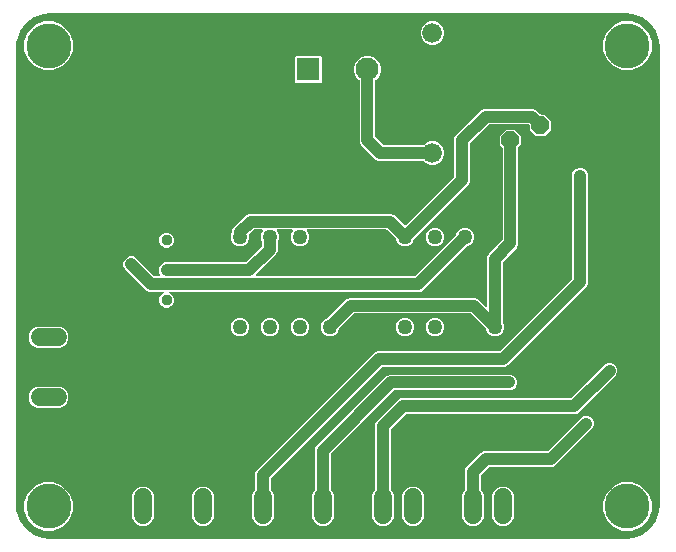
<source format=gbr>
G04 EAGLE Gerber RS-274X export*
G75*
%MOMM*%
%FSLAX34Y34*%
%LPD*%
%INBottom Copper*%
%IPPOS*%
%AMOC8*
5,1,8,0,0,1.08239X$1,22.5*%
G01*
%ADD10C,1.676400*%
%ADD11P,1.623585X8X112.500000*%
%ADD12R,1.950000X1.950000*%
%ADD13C,1.950000*%
%ADD14C,0.959600*%
%ADD15C,3.810000*%
%ADD16C,1.524000*%
%ADD17C,1.270000*%
%ADD18C,1.016000*%
%ADD19C,0.600000*%

G36*
X520022Y2504D02*
X520022Y2504D01*
X520060Y2503D01*
X524242Y2832D01*
X524248Y2834D01*
X524254Y2833D01*
X524418Y2867D01*
X532374Y5452D01*
X532406Y5469D01*
X532441Y5477D01*
X532586Y5560D01*
X539354Y10477D01*
X539379Y10503D01*
X539410Y10522D01*
X539523Y10646D01*
X544440Y17414D01*
X544456Y17446D01*
X544479Y17473D01*
X544548Y17626D01*
X547133Y25582D01*
X547134Y25588D01*
X547136Y25593D01*
X547168Y25758D01*
X547497Y29940D01*
X547495Y29962D01*
X547499Y30000D01*
X547499Y420000D01*
X547496Y420022D01*
X547497Y420060D01*
X547168Y424242D01*
X547166Y424248D01*
X547167Y424254D01*
X547133Y424418D01*
X544548Y432374D01*
X544531Y432406D01*
X544523Y432441D01*
X544440Y432586D01*
X539523Y439354D01*
X539497Y439379D01*
X539478Y439410D01*
X539354Y439523D01*
X532586Y444440D01*
X532554Y444456D01*
X532527Y444479D01*
X532374Y444548D01*
X524418Y447133D01*
X524412Y447134D01*
X524407Y447136D01*
X524242Y447168D01*
X520060Y447497D01*
X520038Y447495D01*
X520000Y447499D01*
X30000Y447499D01*
X29978Y447496D01*
X29940Y447497D01*
X25758Y447168D01*
X25752Y447166D01*
X25746Y447167D01*
X25582Y447133D01*
X17626Y444548D01*
X17594Y444531D01*
X17559Y444523D01*
X17414Y444440D01*
X10646Y439523D01*
X10621Y439497D01*
X10590Y439478D01*
X10477Y439354D01*
X5560Y432586D01*
X5544Y432554D01*
X5521Y432527D01*
X5452Y432374D01*
X2867Y424418D01*
X2866Y424412D01*
X2864Y424407D01*
X2832Y424242D01*
X2503Y420060D01*
X2505Y420038D01*
X2501Y420000D01*
X2501Y30000D01*
X2504Y29978D01*
X2503Y29940D01*
X2832Y25758D01*
X2834Y25752D01*
X2833Y25746D01*
X2867Y25582D01*
X5452Y17626D01*
X5469Y17594D01*
X5477Y17559D01*
X5560Y17414D01*
X10477Y10646D01*
X10503Y10621D01*
X10522Y10590D01*
X10646Y10477D01*
X17414Y5560D01*
X17446Y5544D01*
X17473Y5521D01*
X17626Y5452D01*
X25582Y2867D01*
X25588Y2866D01*
X25593Y2864D01*
X25758Y2832D01*
X29940Y2503D01*
X29962Y2505D01*
X30000Y2501D01*
X520000Y2501D01*
X520022Y2504D01*
G37*
%LPC*%
G36*
X128747Y198301D02*
X128747Y198301D01*
X126432Y199260D01*
X124660Y201032D01*
X123701Y203347D01*
X123701Y205853D01*
X124660Y208168D01*
X126432Y209940D01*
X127289Y210295D01*
X127372Y210346D01*
X127458Y210392D01*
X127476Y210411D01*
X127498Y210424D01*
X127560Y210499D01*
X127627Y210570D01*
X127638Y210594D01*
X127655Y210614D01*
X127690Y210705D01*
X127731Y210793D01*
X127734Y210819D01*
X127743Y210843D01*
X127747Y210941D01*
X127758Y211037D01*
X127752Y211063D01*
X127753Y211089D01*
X127726Y211183D01*
X127706Y211278D01*
X127692Y211300D01*
X127685Y211325D01*
X127629Y211405D01*
X127579Y211489D01*
X127560Y211506D01*
X127545Y211527D01*
X127467Y211585D01*
X127392Y211649D01*
X127368Y211659D01*
X127347Y211674D01*
X127255Y211704D01*
X127164Y211741D01*
X127132Y211744D01*
X127113Y211750D01*
X127080Y211750D01*
X126998Y211759D01*
X115351Y211759D01*
X112932Y212761D01*
X110974Y214719D01*
X94421Y231272D01*
X93419Y233691D01*
X93419Y236309D01*
X94421Y238728D01*
X96272Y240579D01*
X98691Y241581D01*
X101309Y241581D01*
X103728Y240579D01*
X119163Y225144D01*
X119237Y225091D01*
X119306Y225031D01*
X119336Y225019D01*
X119363Y225000D01*
X119450Y224973D01*
X119534Y224939D01*
X119575Y224935D01*
X119598Y224928D01*
X119630Y224929D01*
X119701Y224921D01*
X123935Y224921D01*
X124006Y224932D01*
X124077Y224934D01*
X124126Y224952D01*
X124178Y224960D01*
X124241Y224994D01*
X124308Y225019D01*
X124349Y225051D01*
X124395Y225076D01*
X124444Y225128D01*
X124500Y225172D01*
X124529Y225216D01*
X124564Y225254D01*
X124595Y225319D01*
X124633Y225379D01*
X124646Y225430D01*
X124668Y225477D01*
X124676Y225548D01*
X124693Y225618D01*
X124689Y225670D01*
X124695Y225721D01*
X124680Y225792D01*
X124674Y225863D01*
X124654Y225911D01*
X124643Y225962D01*
X124606Y226023D01*
X124578Y226089D01*
X124533Y226145D01*
X124517Y226173D01*
X124499Y226188D01*
X124473Y226220D01*
X124421Y226272D01*
X123419Y228691D01*
X123419Y231309D01*
X124421Y233728D01*
X126272Y235579D01*
X128691Y236581D01*
X196959Y236581D01*
X197049Y236595D01*
X197140Y236603D01*
X197170Y236615D01*
X197202Y236620D01*
X197282Y236663D01*
X197366Y236699D01*
X197398Y236725D01*
X197419Y236736D01*
X197441Y236759D01*
X197497Y236804D01*
X210496Y249803D01*
X210549Y249877D01*
X210609Y249946D01*
X210621Y249976D01*
X210640Y250003D01*
X210667Y250090D01*
X210701Y250174D01*
X210705Y250215D01*
X210712Y250238D01*
X210711Y250270D01*
X210719Y250341D01*
X210719Y253321D01*
X210709Y253386D01*
X210708Y253451D01*
X210685Y253531D01*
X210680Y253564D01*
X210670Y253581D01*
X210661Y253612D01*
X209449Y256538D01*
X209449Y259662D01*
X210644Y262547D01*
X211247Y263150D01*
X211289Y263208D01*
X211338Y263260D01*
X211360Y263307D01*
X211391Y263349D01*
X211412Y263418D01*
X211442Y263483D01*
X211448Y263535D01*
X211463Y263585D01*
X211461Y263656D01*
X211469Y263727D01*
X211458Y263778D01*
X211457Y263830D01*
X211432Y263898D01*
X211417Y263968D01*
X211390Y264013D01*
X211372Y264061D01*
X211327Y264117D01*
X211291Y264179D01*
X211251Y264213D01*
X211219Y264253D01*
X211158Y264292D01*
X211104Y264339D01*
X211055Y264358D01*
X211012Y264386D01*
X210942Y264404D01*
X210876Y264431D01*
X210804Y264439D01*
X210773Y264447D01*
X210750Y264445D01*
X210709Y264449D01*
X204071Y264449D01*
X203981Y264435D01*
X203890Y264427D01*
X203860Y264415D01*
X203828Y264410D01*
X203748Y264367D01*
X203664Y264331D01*
X203632Y264305D01*
X203611Y264294D01*
X203589Y264271D01*
X203533Y264226D01*
X199881Y260575D01*
X199813Y260480D01*
X199743Y260386D01*
X199741Y260380D01*
X199738Y260375D01*
X199703Y260264D01*
X199667Y260152D01*
X199667Y260146D01*
X199665Y260140D01*
X199668Y260023D01*
X199669Y259906D01*
X199672Y259899D01*
X199672Y259894D01*
X199678Y259877D01*
X199716Y259745D01*
X199751Y259662D01*
X199751Y256538D01*
X198556Y253653D01*
X196347Y251444D01*
X193462Y250249D01*
X190338Y250249D01*
X187453Y251444D01*
X185244Y253653D01*
X184049Y256538D01*
X184049Y259662D01*
X185261Y262588D01*
X185270Y262626D01*
X185278Y262643D01*
X185280Y262662D01*
X185301Y262712D01*
X185310Y262795D01*
X185317Y262827D01*
X185316Y262847D01*
X185319Y262879D01*
X185319Y263209D01*
X186321Y265628D01*
X197302Y276609D01*
X199721Y277611D01*
X320279Y277611D01*
X322698Y276609D01*
X331362Y267945D01*
X331378Y267933D01*
X331390Y267918D01*
X331478Y267862D01*
X331561Y267801D01*
X331580Y267795D01*
X331597Y267785D01*
X331698Y267759D01*
X331797Y267729D01*
X331816Y267729D01*
X331836Y267725D01*
X331939Y267733D01*
X332042Y267735D01*
X332061Y267742D01*
X332081Y267744D01*
X332176Y267784D01*
X332273Y267820D01*
X332289Y267832D01*
X332307Y267840D01*
X332438Y267945D01*
X373196Y308703D01*
X373249Y308777D01*
X373309Y308846D01*
X373321Y308876D01*
X373340Y308903D01*
X373367Y308990D01*
X373401Y309074D01*
X373405Y309115D01*
X373412Y309138D01*
X373411Y309170D01*
X373419Y309241D01*
X373419Y341309D01*
X374421Y343728D01*
X396272Y365579D01*
X398691Y366581D01*
X440359Y366581D01*
X442778Y365579D01*
X444736Y363621D01*
X446433Y361924D01*
X446507Y361871D01*
X446576Y361811D01*
X446606Y361799D01*
X446633Y361780D01*
X446720Y361753D01*
X446804Y361719D01*
X446845Y361715D01*
X446868Y361708D01*
X446900Y361709D01*
X446971Y361701D01*
X450078Y361701D01*
X455351Y356428D01*
X455351Y348972D01*
X450078Y343699D01*
X442622Y343699D01*
X437349Y348972D01*
X437349Y352079D01*
X437335Y352169D01*
X437327Y352260D01*
X437315Y352290D01*
X437310Y352322D01*
X437267Y352402D01*
X437231Y352486D01*
X437205Y352518D01*
X437194Y352539D01*
X437171Y352561D01*
X437126Y352617D01*
X436547Y353196D01*
X436473Y353249D01*
X436404Y353309D01*
X436374Y353321D01*
X436347Y353340D01*
X436260Y353367D01*
X436176Y353401D01*
X436135Y353405D01*
X436112Y353412D01*
X436080Y353411D01*
X436009Y353419D01*
X403041Y353419D01*
X402951Y353405D01*
X402860Y353397D01*
X402830Y353385D01*
X402798Y353380D01*
X402718Y353337D01*
X402634Y353301D01*
X402602Y353275D01*
X402581Y353264D01*
X402559Y353241D01*
X402503Y353196D01*
X386804Y337497D01*
X386751Y337423D01*
X386691Y337354D01*
X386679Y337324D01*
X386660Y337297D01*
X386633Y337210D01*
X386599Y337126D01*
X386595Y337085D01*
X386588Y337062D01*
X386589Y337030D01*
X386581Y336959D01*
X386581Y304891D01*
X385579Y302472D01*
X383621Y300514D01*
X339933Y256826D01*
X339894Y256773D01*
X339848Y256726D01*
X339808Y256653D01*
X339789Y256626D01*
X339783Y256608D01*
X339768Y256579D01*
X338556Y253653D01*
X336347Y251444D01*
X333462Y250249D01*
X330338Y250249D01*
X327453Y251444D01*
X325244Y253653D01*
X324032Y256579D01*
X323998Y256635D01*
X323972Y256695D01*
X323920Y256760D01*
X323903Y256788D01*
X323888Y256801D01*
X323867Y256826D01*
X316467Y264226D01*
X316393Y264279D01*
X316324Y264339D01*
X316294Y264351D01*
X316267Y264370D01*
X316180Y264397D01*
X316096Y264431D01*
X316055Y264435D01*
X316032Y264442D01*
X316000Y264441D01*
X315929Y264449D01*
X249291Y264449D01*
X249220Y264438D01*
X249149Y264436D01*
X249100Y264418D01*
X249048Y264410D01*
X248985Y264376D01*
X248918Y264351D01*
X248877Y264319D01*
X248831Y264294D01*
X248782Y264242D01*
X248726Y264198D01*
X248698Y264154D01*
X248662Y264116D01*
X248631Y264051D01*
X248593Y263991D01*
X248580Y263940D01*
X248558Y263893D01*
X248550Y263822D01*
X248533Y263752D01*
X248537Y263700D01*
X248531Y263649D01*
X248546Y263578D01*
X248552Y263507D01*
X248572Y263459D01*
X248583Y263408D01*
X248620Y263347D01*
X248648Y263281D01*
X248693Y263225D01*
X248709Y263197D01*
X248727Y263182D01*
X248753Y263150D01*
X249356Y262547D01*
X250551Y259662D01*
X250551Y256538D01*
X249356Y253653D01*
X247147Y251444D01*
X244262Y250249D01*
X241138Y250249D01*
X238253Y251444D01*
X236044Y253653D01*
X234849Y256538D01*
X234849Y259662D01*
X236044Y262547D01*
X236647Y263150D01*
X236689Y263208D01*
X236738Y263260D01*
X236760Y263307D01*
X236791Y263349D01*
X236812Y263418D01*
X236842Y263483D01*
X236848Y263535D01*
X236863Y263585D01*
X236861Y263656D01*
X236869Y263727D01*
X236858Y263778D01*
X236857Y263830D01*
X236832Y263898D01*
X236817Y263968D01*
X236790Y264013D01*
X236772Y264061D01*
X236727Y264117D01*
X236691Y264179D01*
X236651Y264213D01*
X236619Y264253D01*
X236558Y264292D01*
X236504Y264339D01*
X236455Y264358D01*
X236412Y264386D01*
X236342Y264404D01*
X236276Y264431D01*
X236204Y264439D01*
X236173Y264447D01*
X236150Y264445D01*
X236109Y264449D01*
X223891Y264449D01*
X223820Y264438D01*
X223749Y264436D01*
X223700Y264418D01*
X223648Y264410D01*
X223585Y264376D01*
X223518Y264351D01*
X223477Y264319D01*
X223431Y264294D01*
X223382Y264242D01*
X223326Y264198D01*
X223298Y264154D01*
X223262Y264116D01*
X223231Y264051D01*
X223193Y263991D01*
X223180Y263940D01*
X223158Y263893D01*
X223150Y263822D01*
X223133Y263752D01*
X223137Y263700D01*
X223131Y263649D01*
X223146Y263578D01*
X223152Y263507D01*
X223172Y263459D01*
X223183Y263408D01*
X223220Y263347D01*
X223248Y263281D01*
X223293Y263225D01*
X223309Y263197D01*
X223327Y263182D01*
X223353Y263150D01*
X223956Y262547D01*
X225151Y259662D01*
X225151Y256538D01*
X223939Y253612D01*
X223924Y253548D01*
X223899Y253488D01*
X223890Y253405D01*
X223883Y253373D01*
X223884Y253353D01*
X223881Y253321D01*
X223881Y245991D01*
X222879Y243572D01*
X220921Y241614D01*
X205527Y226220D01*
X205485Y226162D01*
X205436Y226110D01*
X205414Y226063D01*
X205383Y226021D01*
X205362Y225952D01*
X205332Y225887D01*
X205326Y225835D01*
X205311Y225785D01*
X205313Y225714D01*
X205305Y225643D01*
X205316Y225592D01*
X205317Y225540D01*
X205342Y225472D01*
X205357Y225402D01*
X205384Y225357D01*
X205402Y225309D01*
X205447Y225253D01*
X205483Y225191D01*
X205523Y225157D01*
X205555Y225117D01*
X205616Y225078D01*
X205670Y225031D01*
X205719Y225012D01*
X205762Y224984D01*
X205832Y224966D01*
X205898Y224939D01*
X205970Y224931D01*
X206001Y224923D01*
X206024Y224925D01*
X206065Y224921D01*
X339899Y224921D01*
X339989Y224935D01*
X340080Y224943D01*
X340110Y224955D01*
X340142Y224960D01*
X340222Y225003D01*
X340306Y225039D01*
X340338Y225065D01*
X340359Y225076D01*
X340381Y225099D01*
X340437Y225144D01*
X374667Y259374D01*
X374706Y259427D01*
X374752Y259474D01*
X374792Y259547D01*
X374811Y259574D01*
X374817Y259592D01*
X374832Y259621D01*
X376044Y262547D01*
X378253Y264756D01*
X381138Y265951D01*
X384262Y265951D01*
X387147Y264756D01*
X389356Y262547D01*
X390551Y259662D01*
X390551Y256538D01*
X389356Y253653D01*
X387147Y251444D01*
X384221Y250232D01*
X384165Y250198D01*
X384105Y250172D01*
X384040Y250120D01*
X384012Y250103D01*
X383999Y250088D01*
X383974Y250067D01*
X348626Y214719D01*
X346668Y212761D01*
X344249Y211759D01*
X133002Y211759D01*
X132906Y211744D01*
X132809Y211734D01*
X132785Y211724D01*
X132760Y211720D01*
X132674Y211674D01*
X132585Y211634D01*
X132565Y211617D01*
X132542Y211604D01*
X132475Y211534D01*
X132404Y211468D01*
X132391Y211445D01*
X132373Y211426D01*
X132332Y211338D01*
X132285Y211252D01*
X132280Y211227D01*
X132269Y211203D01*
X132259Y211106D01*
X132241Y211010D01*
X132245Y210984D01*
X132242Y210959D01*
X132263Y210864D01*
X132277Y210767D01*
X132289Y210744D01*
X132294Y210718D01*
X132344Y210635D01*
X132389Y210548D01*
X132407Y210529D01*
X132421Y210507D01*
X132495Y210444D01*
X132564Y210376D01*
X132593Y210360D01*
X132608Y210347D01*
X132638Y210335D01*
X132711Y210295D01*
X133568Y209940D01*
X135340Y208168D01*
X136299Y205853D01*
X136299Y203347D01*
X135340Y201032D01*
X133568Y199260D01*
X131253Y198301D01*
X128747Y198301D01*
G37*
%LPD*%
%LPC*%
G36*
X209686Y13259D02*
X209686Y13259D01*
X206333Y14648D01*
X203768Y17213D01*
X202379Y20566D01*
X202379Y39434D01*
X203768Y42787D01*
X204696Y43715D01*
X204749Y43789D01*
X204809Y43858D01*
X204821Y43889D01*
X204840Y43915D01*
X204867Y44002D01*
X204901Y44087D01*
X204905Y44127D01*
X204912Y44150D01*
X204911Y44182D01*
X204919Y44253D01*
X204919Y57809D01*
X205921Y60228D01*
X306272Y160579D01*
X308691Y161581D01*
X411959Y161581D01*
X412049Y161595D01*
X412140Y161603D01*
X412170Y161615D01*
X412202Y161620D01*
X412282Y161663D01*
X412366Y161699D01*
X412398Y161725D01*
X412419Y161736D01*
X412438Y161756D01*
X412440Y161757D01*
X412446Y161762D01*
X412497Y161804D01*
X473196Y222503D01*
X473249Y222577D01*
X473309Y222646D01*
X473321Y222676D01*
X473340Y222703D01*
X473367Y222790D01*
X473401Y222874D01*
X473405Y222915D01*
X473412Y222938D01*
X473411Y222970D01*
X473419Y223041D01*
X473419Y311309D01*
X474421Y313728D01*
X476272Y315579D01*
X478691Y316581D01*
X481309Y316581D01*
X483728Y315579D01*
X485579Y313728D01*
X486581Y311309D01*
X486581Y218691D01*
X485579Y216272D01*
X418728Y149421D01*
X416309Y148419D01*
X313041Y148419D01*
X312951Y148405D01*
X312860Y148397D01*
X312830Y148385D01*
X312798Y148380D01*
X312718Y148337D01*
X312634Y148301D01*
X312602Y148275D01*
X312581Y148264D01*
X312559Y148241D01*
X312503Y148196D01*
X218304Y53997D01*
X218251Y53923D01*
X218191Y53854D01*
X218179Y53824D01*
X218160Y53797D01*
X218133Y53710D01*
X218099Y53626D01*
X218095Y53585D01*
X218088Y53562D01*
X218089Y53530D01*
X218081Y53459D01*
X218081Y44253D01*
X218095Y44163D01*
X218103Y44072D01*
X218115Y44042D01*
X218120Y44011D01*
X218163Y43930D01*
X218199Y43846D01*
X218225Y43814D01*
X218236Y43793D01*
X218259Y43771D01*
X218304Y43715D01*
X219232Y42787D01*
X220621Y39434D01*
X220621Y20566D01*
X219232Y17213D01*
X216667Y14648D01*
X213314Y13259D01*
X209686Y13259D01*
G37*
%LPD*%
%LPC*%
G36*
X266538Y174049D02*
X266538Y174049D01*
X263653Y175244D01*
X261444Y177453D01*
X260249Y180338D01*
X260249Y183462D01*
X261444Y186347D01*
X263653Y188556D01*
X266579Y189768D01*
X266635Y189802D01*
X266695Y189828D01*
X266760Y189880D01*
X266788Y189897D01*
X266801Y189912D01*
X266826Y189933D01*
X280514Y203621D01*
X282472Y205579D01*
X284891Y206581D01*
X391309Y206581D01*
X393728Y205579D01*
X395686Y203621D01*
X400220Y199087D01*
X400278Y199045D01*
X400330Y198996D01*
X400377Y198974D01*
X400419Y198943D01*
X400488Y198922D01*
X400553Y198892D01*
X400605Y198886D01*
X400655Y198871D01*
X400726Y198873D01*
X400797Y198865D01*
X400848Y198876D01*
X400900Y198877D01*
X400968Y198902D01*
X401038Y198917D01*
X401083Y198944D01*
X401131Y198962D01*
X401187Y199007D01*
X401249Y199043D01*
X401283Y199083D01*
X401323Y199115D01*
X401362Y199176D01*
X401409Y199230D01*
X401428Y199279D01*
X401456Y199322D01*
X401474Y199392D01*
X401501Y199458D01*
X401509Y199530D01*
X401517Y199561D01*
X401515Y199584D01*
X401519Y199625D01*
X401519Y241123D01*
X402521Y243542D01*
X414226Y255247D01*
X414279Y255321D01*
X414339Y255390D01*
X414351Y255421D01*
X414370Y255447D01*
X414397Y255534D01*
X414431Y255619D01*
X414435Y255660D01*
X414442Y255682D01*
X414441Y255714D01*
X414449Y255785D01*
X414449Y261882D01*
X414439Y261947D01*
X414438Y262012D01*
X414415Y262092D01*
X414410Y262125D01*
X414400Y262142D01*
X414391Y262174D01*
X414369Y262227D01*
X414369Y333536D01*
X414355Y333627D01*
X414347Y333717D01*
X414335Y333747D01*
X414330Y333779D01*
X414287Y333860D01*
X414251Y333944D01*
X414225Y333976D01*
X414214Y333997D01*
X414191Y334019D01*
X414146Y334075D01*
X411949Y336272D01*
X411949Y343728D01*
X417222Y349001D01*
X424678Y349001D01*
X429951Y343728D01*
X429951Y336272D01*
X427754Y334075D01*
X427701Y334001D01*
X427641Y333931D01*
X427629Y333901D01*
X427610Y333875D01*
X427583Y333788D01*
X427549Y333703D01*
X427545Y333662D01*
X427538Y333640D01*
X427539Y333608D01*
X427531Y333536D01*
X427531Y265109D01*
X427532Y265099D01*
X427532Y265093D01*
X427539Y265060D01*
X427541Y265045D01*
X427542Y264979D01*
X427565Y264899D01*
X427570Y264867D01*
X427580Y264849D01*
X427589Y264818D01*
X427611Y264765D01*
X427611Y251435D01*
X426609Y249016D01*
X414904Y237311D01*
X414851Y237237D01*
X414791Y237168D01*
X414779Y237138D01*
X414760Y237112D01*
X414733Y237025D01*
X414699Y236940D01*
X414695Y236899D01*
X414688Y236876D01*
X414689Y236844D01*
X414681Y236773D01*
X414681Y186679D01*
X414691Y186614D01*
X414692Y186549D01*
X414715Y186469D01*
X414720Y186436D01*
X414730Y186419D01*
X414739Y186388D01*
X415951Y183462D01*
X415951Y180338D01*
X414756Y177453D01*
X412547Y175244D01*
X409662Y174049D01*
X406538Y174049D01*
X403653Y175244D01*
X401444Y177453D01*
X400232Y180379D01*
X400198Y180435D01*
X400172Y180495D01*
X400120Y180560D01*
X400103Y180588D01*
X400088Y180601D01*
X400067Y180626D01*
X387497Y193196D01*
X387423Y193249D01*
X387354Y193309D01*
X387324Y193321D01*
X387297Y193340D01*
X387210Y193367D01*
X387126Y193401D01*
X387085Y193405D01*
X387062Y193412D01*
X387030Y193411D01*
X386959Y193419D01*
X289241Y193419D01*
X289151Y193405D01*
X289060Y193397D01*
X289030Y193385D01*
X288998Y193380D01*
X288918Y193337D01*
X288834Y193301D01*
X288802Y193275D01*
X288781Y193264D01*
X288759Y193241D01*
X288703Y193196D01*
X276133Y180626D01*
X276094Y180573D01*
X276048Y180526D01*
X276008Y180453D01*
X275989Y180426D01*
X275983Y180408D01*
X275968Y180379D01*
X274756Y177453D01*
X272547Y175244D01*
X269662Y174049D01*
X266538Y174049D01*
G37*
%LPD*%
%LPC*%
G36*
X311286Y13259D02*
X311286Y13259D01*
X307933Y14648D01*
X305368Y17213D01*
X303979Y20566D01*
X303979Y39434D01*
X305368Y42787D01*
X306296Y43715D01*
X306349Y43789D01*
X306409Y43858D01*
X306421Y43889D01*
X306440Y43915D01*
X306467Y44002D01*
X306501Y44087D01*
X306505Y44127D01*
X306512Y44150D01*
X306511Y44182D01*
X306519Y44253D01*
X306519Y99409D01*
X307521Y101828D01*
X326272Y120579D01*
X328691Y121581D01*
X471959Y121581D01*
X472049Y121595D01*
X472140Y121603D01*
X472170Y121615D01*
X472202Y121620D01*
X472282Y121663D01*
X472366Y121699D01*
X472398Y121725D01*
X472419Y121736D01*
X472441Y121759D01*
X472497Y121804D01*
X501272Y150579D01*
X503691Y151581D01*
X506309Y151581D01*
X508728Y150579D01*
X510579Y148728D01*
X511581Y146309D01*
X511581Y143691D01*
X510579Y141272D01*
X478728Y109421D01*
X476309Y108419D01*
X333041Y108419D01*
X332951Y108405D01*
X332860Y108397D01*
X332830Y108385D01*
X332798Y108380D01*
X332718Y108337D01*
X332634Y108301D01*
X332602Y108275D01*
X332581Y108264D01*
X332559Y108241D01*
X332503Y108196D01*
X319904Y95597D01*
X319851Y95523D01*
X319791Y95454D01*
X319779Y95424D01*
X319760Y95397D01*
X319733Y95310D01*
X319699Y95226D01*
X319695Y95185D01*
X319688Y95162D01*
X319689Y95130D01*
X319681Y95059D01*
X319681Y44253D01*
X319695Y44163D01*
X319703Y44072D01*
X319715Y44042D01*
X319720Y44011D01*
X319763Y43930D01*
X319799Y43846D01*
X319825Y43814D01*
X319836Y43793D01*
X319859Y43771D01*
X319904Y43715D01*
X320832Y42787D01*
X322221Y39434D01*
X322221Y20566D01*
X320832Y17213D01*
X318267Y14648D01*
X314914Y13259D01*
X311286Y13259D01*
G37*
%LPD*%
%LPC*%
G36*
X260486Y13259D02*
X260486Y13259D01*
X257133Y14648D01*
X254568Y17213D01*
X253179Y20566D01*
X253179Y39434D01*
X254568Y42787D01*
X255496Y43715D01*
X255549Y43789D01*
X255609Y43858D01*
X255621Y43889D01*
X255640Y43915D01*
X255667Y44002D01*
X255701Y44087D01*
X255705Y44127D01*
X255712Y44150D01*
X255711Y44182D01*
X255719Y44253D01*
X255719Y78609D01*
X256721Y81028D01*
X316272Y140579D01*
X318691Y141581D01*
X421309Y141581D01*
X423728Y140579D01*
X425579Y138728D01*
X426581Y136309D01*
X426581Y133691D01*
X425579Y131272D01*
X423728Y129421D01*
X421309Y128419D01*
X323041Y128419D01*
X322951Y128405D01*
X322860Y128397D01*
X322830Y128385D01*
X322798Y128380D01*
X322718Y128337D01*
X322634Y128301D01*
X322602Y128275D01*
X322581Y128264D01*
X322559Y128241D01*
X322503Y128196D01*
X269104Y74797D01*
X269051Y74723D01*
X268991Y74654D01*
X268979Y74624D01*
X268960Y74597D01*
X268933Y74510D01*
X268899Y74426D01*
X268895Y74385D01*
X268888Y74362D01*
X268889Y74330D01*
X268881Y74259D01*
X268881Y44253D01*
X268895Y44163D01*
X268903Y44072D01*
X268915Y44042D01*
X268920Y44011D01*
X268963Y43930D01*
X268999Y43846D01*
X269025Y43814D01*
X269036Y43793D01*
X269059Y43771D01*
X269104Y43715D01*
X270032Y42787D01*
X271421Y39434D01*
X271421Y20566D01*
X270032Y17213D01*
X267467Y14648D01*
X264114Y13259D01*
X260486Y13259D01*
G37*
%LPD*%
%LPC*%
G36*
X387486Y13259D02*
X387486Y13259D01*
X384133Y14648D01*
X381568Y17213D01*
X380179Y20566D01*
X380179Y39434D01*
X381568Y42787D01*
X382496Y43715D01*
X382549Y43789D01*
X382609Y43858D01*
X382621Y43889D01*
X382640Y43915D01*
X382667Y44002D01*
X382701Y44087D01*
X382705Y44127D01*
X382712Y44150D01*
X382711Y44182D01*
X382719Y44253D01*
X382719Y60609D01*
X383721Y63028D01*
X396272Y75579D01*
X398691Y76581D01*
X451959Y76581D01*
X452049Y76595D01*
X452140Y76603D01*
X452170Y76615D01*
X452202Y76620D01*
X452282Y76663D01*
X452366Y76699D01*
X452398Y76725D01*
X452419Y76736D01*
X452441Y76759D01*
X452497Y76804D01*
X481272Y105579D01*
X483691Y106581D01*
X486309Y106581D01*
X488728Y105579D01*
X490579Y103728D01*
X491581Y101309D01*
X491581Y98691D01*
X490579Y96272D01*
X460686Y66379D01*
X458728Y64421D01*
X456309Y63419D01*
X403041Y63419D01*
X402951Y63405D01*
X402860Y63397D01*
X402830Y63385D01*
X402798Y63380D01*
X402718Y63337D01*
X402634Y63301D01*
X402602Y63275D01*
X402581Y63264D01*
X402564Y63247D01*
X402563Y63246D01*
X402555Y63238D01*
X402503Y63196D01*
X396104Y56797D01*
X396051Y56723D01*
X395991Y56654D01*
X395979Y56624D01*
X395960Y56597D01*
X395933Y56510D01*
X395899Y56426D01*
X395895Y56385D01*
X395888Y56362D01*
X395889Y56330D01*
X395881Y56259D01*
X395881Y44253D01*
X395895Y44163D01*
X395903Y44072D01*
X395915Y44042D01*
X395920Y44011D01*
X395963Y43930D01*
X395999Y43846D01*
X396025Y43814D01*
X396036Y43793D01*
X396059Y43771D01*
X396104Y43715D01*
X397032Y42787D01*
X398421Y39434D01*
X398421Y20566D01*
X397032Y17213D01*
X394467Y14648D01*
X391114Y13259D01*
X387486Y13259D01*
G37*
%LPD*%
%LPC*%
G36*
X353034Y319317D02*
X353034Y319317D01*
X349402Y320822D01*
X347827Y322396D01*
X347753Y322449D01*
X347684Y322509D01*
X347654Y322521D01*
X347628Y322540D01*
X347541Y322567D01*
X347456Y322601D01*
X347415Y322605D01*
X347393Y322612D01*
X347360Y322611D01*
X347289Y322619D01*
X309491Y322619D01*
X307072Y323621D01*
X294421Y336272D01*
X293419Y338691D01*
X293419Y390355D01*
X293405Y390445D01*
X293397Y390536D01*
X293385Y390565D01*
X293380Y390597D01*
X293337Y390678D01*
X293301Y390762D01*
X293275Y390794D01*
X293264Y390815D01*
X293241Y390837D01*
X293196Y390893D01*
X290462Y393627D01*
X288749Y397762D01*
X288749Y402238D01*
X290462Y406373D01*
X293627Y409538D01*
X297762Y411251D01*
X302238Y411251D01*
X306373Y409538D01*
X309538Y406373D01*
X311251Y402238D01*
X311251Y397762D01*
X309538Y393627D01*
X306804Y390893D01*
X306751Y390819D01*
X306691Y390749D01*
X306679Y390719D01*
X306660Y390693D01*
X306633Y390606D01*
X306599Y390521D01*
X306595Y390480D01*
X306588Y390458D01*
X306589Y390426D01*
X306581Y390355D01*
X306581Y343041D01*
X306595Y342951D01*
X306603Y342860D01*
X306615Y342830D01*
X306620Y342798D01*
X306663Y342718D01*
X306699Y342634D01*
X306725Y342602D01*
X306736Y342581D01*
X306759Y342559D01*
X306804Y342503D01*
X313303Y336004D01*
X313377Y335951D01*
X313446Y335891D01*
X313476Y335879D01*
X313503Y335860D01*
X313590Y335833D01*
X313674Y335799D01*
X313715Y335795D01*
X313738Y335788D01*
X313770Y335789D01*
X313841Y335781D01*
X347289Y335781D01*
X347379Y335795D01*
X347470Y335803D01*
X347500Y335815D01*
X347532Y335820D01*
X347613Y335863D01*
X347696Y335899D01*
X347729Y335925D01*
X347749Y335936D01*
X347771Y335959D01*
X347827Y336004D01*
X349402Y337578D01*
X353034Y339083D01*
X356966Y339083D01*
X360598Y337578D01*
X363378Y334798D01*
X364883Y331166D01*
X364883Y327234D01*
X363378Y323602D01*
X360598Y320822D01*
X356966Y319317D01*
X353034Y319317D01*
G37*
%LPD*%
%LPC*%
G36*
X515912Y399449D02*
X515912Y399449D01*
X508359Y402578D01*
X502578Y408359D01*
X499449Y415912D01*
X499449Y424088D01*
X502578Y431641D01*
X508359Y437422D01*
X515912Y440551D01*
X524088Y440551D01*
X531641Y437422D01*
X537422Y431641D01*
X540551Y424088D01*
X540551Y415912D01*
X537422Y408359D01*
X531641Y402578D01*
X524088Y399449D01*
X515912Y399449D01*
G37*
%LPD*%
%LPC*%
G36*
X25912Y399449D02*
X25912Y399449D01*
X18359Y402578D01*
X12578Y408359D01*
X9449Y415912D01*
X9449Y424088D01*
X12578Y431641D01*
X18359Y437422D01*
X25912Y440551D01*
X34088Y440551D01*
X41641Y437422D01*
X47422Y431641D01*
X50551Y424088D01*
X50551Y415912D01*
X47422Y408359D01*
X41641Y402578D01*
X34088Y399449D01*
X25912Y399449D01*
G37*
%LPD*%
%LPC*%
G36*
X515912Y9449D02*
X515912Y9449D01*
X508359Y12578D01*
X502578Y18359D01*
X499449Y25912D01*
X499449Y34088D01*
X502578Y41641D01*
X508359Y47422D01*
X515912Y50551D01*
X524088Y50551D01*
X531641Y47422D01*
X537422Y41641D01*
X540551Y34088D01*
X540551Y25912D01*
X537422Y18359D01*
X531641Y12578D01*
X524088Y9449D01*
X515912Y9449D01*
G37*
%LPD*%
%LPC*%
G36*
X25912Y9449D02*
X25912Y9449D01*
X18359Y12578D01*
X12578Y18359D01*
X9449Y25912D01*
X9449Y34088D01*
X12578Y41641D01*
X18359Y47422D01*
X25912Y50551D01*
X34088Y50551D01*
X41641Y47422D01*
X47422Y41641D01*
X50551Y34088D01*
X50551Y25912D01*
X47422Y18359D01*
X41641Y12578D01*
X34088Y9449D01*
X25912Y9449D01*
G37*
%LPD*%
%LPC*%
G36*
X412886Y13259D02*
X412886Y13259D01*
X409533Y14648D01*
X406968Y17213D01*
X405579Y20566D01*
X405579Y39434D01*
X406968Y42787D01*
X409533Y45352D01*
X412886Y46741D01*
X416514Y46741D01*
X419867Y45352D01*
X422432Y42787D01*
X423821Y39434D01*
X423821Y20566D01*
X422432Y17213D01*
X419867Y14648D01*
X416514Y13259D01*
X412886Y13259D01*
G37*
%LPD*%
%LPC*%
G36*
X336686Y13259D02*
X336686Y13259D01*
X333333Y14648D01*
X330768Y17213D01*
X329379Y20566D01*
X329379Y39434D01*
X330768Y42787D01*
X333333Y45352D01*
X336686Y46741D01*
X340314Y46741D01*
X343667Y45352D01*
X346232Y42787D01*
X347621Y39434D01*
X347621Y20566D01*
X346232Y17213D01*
X343667Y14648D01*
X340314Y13259D01*
X336686Y13259D01*
G37*
%LPD*%
%LPC*%
G36*
X158886Y13259D02*
X158886Y13259D01*
X155533Y14648D01*
X152968Y17213D01*
X151579Y20566D01*
X151579Y39434D01*
X152968Y42787D01*
X155533Y45352D01*
X158886Y46741D01*
X162514Y46741D01*
X165867Y45352D01*
X168432Y42787D01*
X169821Y39434D01*
X169821Y20566D01*
X168432Y17213D01*
X165867Y14648D01*
X162514Y13259D01*
X158886Y13259D01*
G37*
%LPD*%
%LPC*%
G36*
X108086Y13259D02*
X108086Y13259D01*
X104733Y14648D01*
X102168Y17213D01*
X100779Y20566D01*
X100779Y39434D01*
X102168Y42787D01*
X104733Y45352D01*
X108086Y46741D01*
X111714Y46741D01*
X115067Y45352D01*
X117632Y42787D01*
X119021Y39434D01*
X119021Y20566D01*
X117632Y17213D01*
X115067Y14648D01*
X111714Y13259D01*
X108086Y13259D01*
G37*
%LPD*%
%LPC*%
G36*
X20566Y163979D02*
X20566Y163979D01*
X17213Y165368D01*
X14648Y167933D01*
X13259Y171286D01*
X13259Y174914D01*
X14648Y178267D01*
X17213Y180832D01*
X20566Y182221D01*
X39434Y182221D01*
X42787Y180832D01*
X45352Y178267D01*
X46741Y174914D01*
X46741Y171286D01*
X45352Y167933D01*
X42787Y165368D01*
X39434Y163979D01*
X20566Y163979D01*
G37*
%LPD*%
%LPC*%
G36*
X20566Y113179D02*
X20566Y113179D01*
X17213Y114568D01*
X14648Y117133D01*
X13259Y120486D01*
X13259Y124114D01*
X14648Y127467D01*
X17213Y130032D01*
X20566Y131421D01*
X39434Y131421D01*
X42787Y130032D01*
X45352Y127467D01*
X46741Y124114D01*
X46741Y120486D01*
X45352Y117133D01*
X42787Y114568D01*
X39434Y113179D01*
X20566Y113179D01*
G37*
%LPD*%
%LPC*%
G36*
X239628Y388749D02*
X239628Y388749D01*
X238749Y389628D01*
X238749Y410372D01*
X239628Y411251D01*
X260372Y411251D01*
X261251Y410372D01*
X261251Y389628D01*
X260372Y388749D01*
X239628Y388749D01*
G37*
%LPD*%
%LPC*%
G36*
X353034Y420917D02*
X353034Y420917D01*
X349402Y422422D01*
X346622Y425202D01*
X345117Y428834D01*
X345117Y432766D01*
X346622Y436398D01*
X349402Y439178D01*
X353034Y440683D01*
X356966Y440683D01*
X360598Y439178D01*
X363378Y436398D01*
X364883Y432766D01*
X364883Y428834D01*
X363378Y425202D01*
X360598Y422422D01*
X356966Y420917D01*
X353034Y420917D01*
G37*
%LPD*%
%LPC*%
G36*
X355738Y250249D02*
X355738Y250249D01*
X352853Y251444D01*
X350644Y253653D01*
X349449Y256538D01*
X349449Y259662D01*
X350644Y262547D01*
X352853Y264756D01*
X355738Y265951D01*
X358862Y265951D01*
X361747Y264756D01*
X363956Y262547D01*
X365151Y259662D01*
X365151Y256538D01*
X363956Y253653D01*
X361747Y251444D01*
X358862Y250249D01*
X355738Y250249D01*
G37*
%LPD*%
%LPC*%
G36*
X355738Y174049D02*
X355738Y174049D01*
X352853Y175244D01*
X350644Y177453D01*
X349449Y180338D01*
X349449Y183462D01*
X350644Y186347D01*
X352853Y188556D01*
X355738Y189751D01*
X358862Y189751D01*
X361747Y188556D01*
X363956Y186347D01*
X365151Y183462D01*
X365151Y180338D01*
X363956Y177453D01*
X361747Y175244D01*
X358862Y174049D01*
X355738Y174049D01*
G37*
%LPD*%
%LPC*%
G36*
X330338Y174049D02*
X330338Y174049D01*
X327453Y175244D01*
X325244Y177453D01*
X324049Y180338D01*
X324049Y183462D01*
X325244Y186347D01*
X327453Y188556D01*
X330338Y189751D01*
X333462Y189751D01*
X336347Y188556D01*
X338556Y186347D01*
X339751Y183462D01*
X339751Y180338D01*
X338556Y177453D01*
X336347Y175244D01*
X333462Y174049D01*
X330338Y174049D01*
G37*
%LPD*%
%LPC*%
G36*
X241138Y174049D02*
X241138Y174049D01*
X238253Y175244D01*
X236044Y177453D01*
X234849Y180338D01*
X234849Y183462D01*
X236044Y186347D01*
X238253Y188556D01*
X241138Y189751D01*
X244262Y189751D01*
X247147Y188556D01*
X249356Y186347D01*
X250551Y183462D01*
X250551Y180338D01*
X249356Y177453D01*
X247147Y175244D01*
X244262Y174049D01*
X241138Y174049D01*
G37*
%LPD*%
%LPC*%
G36*
X215738Y174049D02*
X215738Y174049D01*
X212853Y175244D01*
X210644Y177453D01*
X209449Y180338D01*
X209449Y183462D01*
X210644Y186347D01*
X212853Y188556D01*
X215738Y189751D01*
X218862Y189751D01*
X221747Y188556D01*
X223956Y186347D01*
X225151Y183462D01*
X225151Y180338D01*
X223956Y177453D01*
X221747Y175244D01*
X218862Y174049D01*
X215738Y174049D01*
G37*
%LPD*%
%LPC*%
G36*
X190338Y174049D02*
X190338Y174049D01*
X187453Y175244D01*
X185244Y177453D01*
X184049Y180338D01*
X184049Y183462D01*
X185244Y186347D01*
X187453Y188556D01*
X190338Y189751D01*
X193462Y189751D01*
X196347Y188556D01*
X198556Y186347D01*
X199751Y183462D01*
X199751Y180338D01*
X198556Y177453D01*
X196347Y175244D01*
X193462Y174049D01*
X190338Y174049D01*
G37*
%LPD*%
%LPC*%
G36*
X128747Y249101D02*
X128747Y249101D01*
X126432Y250060D01*
X124660Y251832D01*
X123701Y254147D01*
X123701Y256653D01*
X124660Y258968D01*
X126432Y260740D01*
X128747Y261699D01*
X131253Y261699D01*
X133568Y260740D01*
X135340Y258968D01*
X136299Y256653D01*
X136299Y254147D01*
X135340Y251832D01*
X133568Y250060D01*
X131253Y249101D01*
X128747Y249101D01*
G37*
%LPD*%
D10*
X355000Y329200D03*
X355000Y430800D03*
D11*
X446350Y327300D03*
X420950Y340000D03*
X446350Y352700D03*
D12*
X250000Y400000D03*
D13*
X300000Y400000D03*
D14*
X130000Y255400D03*
X130000Y230000D03*
X130000Y204600D03*
D15*
X30000Y420000D03*
X520000Y420000D03*
X30000Y30000D03*
X520000Y30000D03*
D16*
X37620Y173100D02*
X22380Y173100D01*
X22380Y147700D02*
X37620Y147700D01*
X37620Y122300D02*
X22380Y122300D01*
X22380Y96900D02*
X37620Y96900D01*
D17*
X191900Y181900D03*
X217300Y181900D03*
X217300Y258100D03*
X191900Y258100D03*
X242700Y181900D03*
X268100Y181900D03*
X242700Y258100D03*
X268100Y258100D03*
X331900Y181900D03*
X357300Y181900D03*
X357300Y258100D03*
X331900Y258100D03*
X382700Y181900D03*
X408100Y181900D03*
X382700Y258100D03*
X408100Y258100D03*
D16*
X109900Y37620D02*
X109900Y22380D01*
X135300Y22380D02*
X135300Y37620D01*
X160700Y37620D02*
X160700Y22380D01*
X186100Y22380D02*
X186100Y37620D01*
X211500Y37620D02*
X211500Y22380D01*
X236900Y22380D02*
X236900Y37620D01*
X262300Y37620D02*
X262300Y22380D01*
X287700Y22380D02*
X287700Y37620D01*
X313100Y37620D02*
X313100Y22380D01*
X338500Y22380D02*
X338500Y37620D01*
X363900Y37620D02*
X363900Y22380D01*
X389300Y22380D02*
X389300Y37620D01*
X414700Y37620D02*
X414700Y22380D01*
X440100Y22380D02*
X440100Y37620D01*
D18*
X380000Y340000D02*
X400000Y360000D01*
X439050Y360000D02*
X446350Y352700D01*
X439050Y360000D02*
X400000Y360000D01*
X191900Y261900D02*
X191900Y258100D01*
X201030Y271030D02*
X318970Y271030D01*
X331900Y258100D01*
X201030Y271030D02*
X191900Y261900D01*
X331900Y258100D02*
X380000Y306200D01*
X380000Y340000D01*
D19*
X20000Y310000D03*
X55000Y325000D03*
X100000Y375000D03*
X120000Y360000D03*
X65000Y360000D03*
X90000Y335000D03*
X115000Y325000D03*
X125000Y410000D03*
X65000Y410000D03*
X75000Y390000D03*
X20000Y380000D03*
X45000Y290000D03*
X15000Y275000D03*
X10000Y205000D03*
X20000Y80000D03*
X10000Y140000D03*
X60000Y15000D03*
X65000Y85000D03*
X70000Y45000D03*
X145000Y95000D03*
X135000Y75000D03*
X105000Y135000D03*
X80000Y115000D03*
X90000Y185000D03*
X45000Y215000D03*
X50000Y195000D03*
X90000Y250000D03*
X100000Y280000D03*
X105000Y290000D03*
X170000Y325000D03*
X155000Y350000D03*
X155000Y405000D03*
X120000Y390000D03*
X200000Y435000D03*
X280000Y425000D03*
X245000Y435000D03*
X235000Y375000D03*
X220000Y400000D03*
X225000Y360000D03*
X275000Y355000D03*
X280000Y380000D03*
X275000Y400000D03*
X305000Y425000D03*
X340000Y435000D03*
X325000Y405000D03*
X340000Y420000D03*
X315000Y370000D03*
X395000Y395000D03*
X370000Y415000D03*
X400000Y405000D03*
X465000Y440000D03*
X495000Y440000D03*
X470000Y410000D03*
X510000Y370000D03*
X475000Y380000D03*
X490000Y400000D03*
X525000Y345000D03*
X500000Y310000D03*
X500000Y345000D03*
X520000Y300000D03*
X530000Y380000D03*
X365000Y365000D03*
X345000Y345000D03*
X305000Y285000D03*
X240000Y290000D03*
X170000Y275000D03*
X140000Y285000D03*
X150000Y275000D03*
X165000Y205000D03*
X190000Y200000D03*
X160000Y175000D03*
X125000Y185000D03*
X110000Y160000D03*
X180000Y125000D03*
X165000Y110000D03*
X205000Y135000D03*
X275000Y145000D03*
X290000Y185000D03*
X285000Y160000D03*
X315000Y180000D03*
X300000Y245000D03*
X315000Y255000D03*
X310000Y235000D03*
X330000Y235000D03*
X385000Y215000D03*
X370000Y220000D03*
X255000Y205000D03*
X240000Y200000D03*
X460000Y95000D03*
X450000Y90000D03*
X405000Y95000D03*
X390000Y90000D03*
X375000Y75000D03*
X360000Y60000D03*
X335000Y95000D03*
X325000Y75000D03*
X295000Y85000D03*
X300000Y60000D03*
X280000Y70000D03*
X210000Y90000D03*
X225000Y95000D03*
X190000Y70000D03*
X240000Y60000D03*
X245000Y70000D03*
X250000Y50000D03*
X460000Y50000D03*
X475000Y35000D03*
X515000Y70000D03*
X530000Y115000D03*
X510000Y115000D03*
X535000Y75000D03*
X490000Y65000D03*
X485000Y15000D03*
X425000Y10000D03*
X300000Y10000D03*
X225000Y10000D03*
X145000Y10000D03*
X195000Y10000D03*
X270000Y10000D03*
X350000Y10000D03*
X400000Y10000D03*
X85000Y15000D03*
X90000Y70000D03*
X45000Y65000D03*
X10000Y55000D03*
X10000Y110000D03*
X10000Y160000D03*
X10000Y190000D03*
X10000Y240000D03*
X20000Y335000D03*
X50000Y345000D03*
X140000Y330000D03*
X175000Y395000D03*
X230000Y320000D03*
X265000Y320000D03*
X195000Y320000D03*
X90000Y205000D03*
X80000Y215000D03*
X50000Y245000D03*
X170000Y260000D03*
X270000Y285000D03*
X280000Y230000D03*
X435000Y215000D03*
X450000Y215000D03*
X435000Y250000D03*
X435000Y275000D03*
X460000Y250000D03*
X450000Y270000D03*
X450000Y290000D03*
X465000Y320000D03*
X395000Y320000D03*
X405000Y320000D03*
X380000Y390000D03*
X390000Y410000D03*
X540000Y395000D03*
X530000Y275000D03*
X505000Y285000D03*
X495000Y245000D03*
X500000Y215000D03*
X525000Y210000D03*
X535000Y250000D03*
X535000Y175000D03*
X480000Y140000D03*
X465000Y130000D03*
X535000Y145000D03*
X510000Y90000D03*
X540000Y50000D03*
X490000Y45000D03*
X380000Y95000D03*
X295000Y125000D03*
X260000Y90000D03*
X255000Y180000D03*
X180000Y175000D03*
X140000Y240000D03*
X145000Y195000D03*
X255000Y255000D03*
X160000Y375000D03*
X165000Y435000D03*
X55000Y440000D03*
X115000Y425000D03*
X115000Y440000D03*
X90000Y430000D03*
X145000Y420000D03*
X530000Y320000D03*
X365000Y320000D03*
X290000Y320000D03*
X330000Y385000D03*
X410000Y415000D03*
X455000Y430000D03*
X120000Y15000D03*
X175000Y10000D03*
X245000Y10000D03*
X325000Y10000D03*
X370000Y10000D03*
X465000Y15000D03*
X495000Y10000D03*
X45000Y10000D03*
X10000Y400000D03*
X10000Y355000D03*
D18*
X211500Y56500D02*
X211500Y30000D01*
X310000Y155000D02*
X415000Y155000D01*
X480000Y220000D01*
X480000Y310000D01*
D19*
X480000Y310000D03*
D18*
X310000Y155000D02*
X211500Y56500D01*
X310800Y329200D02*
X355000Y329200D01*
X300000Y340000D02*
X300000Y400000D01*
X300000Y340000D02*
X310800Y329200D01*
X286200Y200000D02*
X268100Y181900D01*
X390000Y200000D02*
X408100Y181900D01*
X390000Y200000D02*
X286200Y200000D01*
X421030Y252744D02*
X421030Y263456D01*
X408100Y239814D02*
X408100Y181900D01*
X408100Y239814D02*
X421030Y252744D01*
X421030Y263456D02*
X420950Y263536D01*
X420950Y340000D01*
X200000Y230000D02*
X130000Y230000D01*
X200000Y230000D02*
X217300Y247300D01*
X217300Y258100D01*
D19*
X505000Y145000D03*
D18*
X475000Y115000D01*
X313100Y98100D02*
X313100Y30000D01*
X330000Y115000D02*
X475000Y115000D01*
X330000Y115000D02*
X313100Y98100D01*
X262300Y77300D02*
X262300Y30000D01*
X262300Y77300D02*
X320000Y135000D01*
X420000Y135000D01*
D19*
X420000Y135000D03*
X485000Y100000D03*
D18*
X455000Y70000D01*
X400000Y70000D01*
X389300Y59300D01*
X389300Y30000D01*
X116660Y218340D02*
X100000Y235000D01*
D19*
X100000Y235000D03*
D18*
X342940Y218340D02*
X382700Y258100D01*
X342940Y218340D02*
X116660Y218340D01*
M02*

</source>
